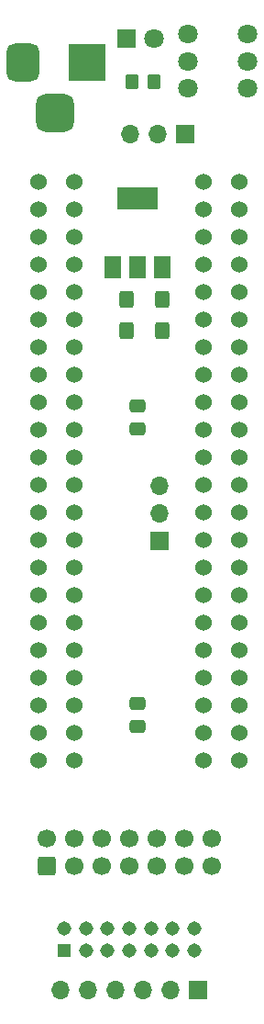
<source format=gbr>
%TF.GenerationSoftware,KiCad,Pcbnew,(6.0.8)*%
%TF.CreationDate,2023-01-14T12:08:14-06:00*%
%TF.ProjectId,xilinix-programming-adapter,78696c69-6e69-4782-9d70-726f6772616d,rev?*%
%TF.SameCoordinates,Original*%
%TF.FileFunction,Soldermask,Top*%
%TF.FilePolarity,Negative*%
%FSLAX46Y46*%
G04 Gerber Fmt 4.6, Leading zero omitted, Abs format (unit mm)*
G04 Created by KiCad (PCBNEW (6.0.8)) date 2023-01-14 12:08:14*
%MOMM*%
%LPD*%
G01*
G04 APERTURE LIST*
G04 Aperture macros list*
%AMRoundRect*
0 Rectangle with rounded corners*
0 $1 Rounding radius*
0 $2 $3 $4 $5 $6 $7 $8 $9 X,Y pos of 4 corners*
0 Add a 4 corners polygon primitive as box body*
4,1,4,$2,$3,$4,$5,$6,$7,$8,$9,$2,$3,0*
0 Add four circle primitives for the rounded corners*
1,1,$1+$1,$2,$3*
1,1,$1+$1,$4,$5*
1,1,$1+$1,$6,$7*
1,1,$1+$1,$8,$9*
0 Add four rect primitives between the rounded corners*
20,1,$1+$1,$2,$3,$4,$5,0*
20,1,$1+$1,$4,$5,$6,$7,0*
20,1,$1+$1,$6,$7,$8,$9,0*
20,1,$1+$1,$8,$9,$2,$3,0*%
G04 Aperture macros list end*
%ADD10RoundRect,0.250000X-0.425000X0.537500X-0.425000X-0.537500X0.425000X-0.537500X0.425000X0.537500X0*%
%ADD11RoundRect,0.250000X-0.475000X0.337500X-0.475000X-0.337500X0.475000X-0.337500X0.475000X0.337500X0*%
%ADD12R,3.500000X3.500000*%
%ADD13RoundRect,0.750000X-0.750000X-1.000000X0.750000X-1.000000X0.750000X1.000000X-0.750000X1.000000X0*%
%ADD14RoundRect,0.875000X-0.875000X-0.875000X0.875000X-0.875000X0.875000X0.875000X-0.875000X0.875000X0*%
%ADD15RoundRect,0.250000X-0.350000X-0.450000X0.350000X-0.450000X0.350000X0.450000X-0.350000X0.450000X0*%
%ADD16R,1.700000X1.700000*%
%ADD17O,1.700000X1.700000*%
%ADD18C,1.800000*%
%ADD19R,1.800000X1.800000*%
%ADD20R,1.500000X2.000000*%
%ADD21R,3.800000X2.000000*%
%ADD22R,1.308000X1.308000*%
%ADD23C,1.308000*%
%ADD24RoundRect,0.250000X0.600000X-0.600000X0.600000X0.600000X-0.600000X0.600000X-0.600000X-0.600000X0*%
%ADD25C,1.700000*%
%ADD26C,1.524000*%
G04 APERTURE END LIST*
D10*
%TO.C,C1*%
X140208000Y-82382500D03*
X140208000Y-85257500D03*
%TD*%
D11*
%TO.C,C3*%
X137922000Y-119612500D03*
X137922000Y-121687500D03*
%TD*%
D12*
%TO.C,J1*%
X133299200Y-60477400D03*
D13*
X127299200Y-60477400D03*
D14*
X130299200Y-65177400D03*
%TD*%
D15*
%TO.C,R1*%
X137404600Y-62255400D03*
X139404600Y-62255400D03*
%TD*%
D16*
%TO.C,JP1*%
X142352000Y-67132200D03*
D17*
X139812000Y-67132200D03*
X137272000Y-67132200D03*
%TD*%
D16*
%TO.C,VCCIO*%
X139954000Y-104648000D03*
D17*
X139954000Y-102108000D03*
X139954000Y-99568000D03*
%TD*%
D18*
%TO.C,SW1*%
X142614200Y-57875800D03*
X142614200Y-60375800D03*
X142614200Y-62875800D03*
X148114200Y-57875800D03*
X148114200Y-60375800D03*
X148114200Y-62875800D03*
%TD*%
D10*
%TO.C,C2*%
X136906000Y-82382500D03*
X136906000Y-85257500D03*
%TD*%
D19*
%TO.C,D1*%
X136880600Y-58267600D03*
D18*
X139420600Y-58267600D03*
%TD*%
D20*
%TO.C,U3*%
X135622000Y-79350000D03*
X137922000Y-79350000D03*
D21*
X137922000Y-73050000D03*
D20*
X140222000Y-79350000D03*
%TD*%
D22*
%TO.C,J4*%
X131160000Y-142351000D03*
D23*
X131160000Y-140351000D03*
X133160000Y-142351000D03*
X133160000Y-140351000D03*
X135160000Y-142351000D03*
X135160000Y-140351000D03*
X137160000Y-142351000D03*
X137160000Y-140351000D03*
X139160000Y-142351000D03*
X139160000Y-140351000D03*
X141160000Y-142351000D03*
X141160000Y-140351000D03*
X143160000Y-142351000D03*
X143160000Y-140351000D03*
%TD*%
D11*
%TO.C,C4*%
X137922000Y-92180500D03*
X137922000Y-94255500D03*
%TD*%
D24*
%TO.C,J2*%
X129540000Y-134620000D03*
D25*
X129540000Y-132080000D03*
X132080000Y-134620000D03*
X132080000Y-132080000D03*
X134620000Y-134620000D03*
X134620000Y-132080000D03*
X137160000Y-134620000D03*
X137160000Y-132080000D03*
X139700000Y-134620000D03*
X139700000Y-132080000D03*
X142240000Y-134620000D03*
X142240000Y-132080000D03*
X144780000Y-134620000D03*
X144780000Y-132080000D03*
%TD*%
D16*
%TO.C,J3*%
X143510000Y-146050000D03*
D17*
X140970000Y-146050000D03*
X138430000Y-146050000D03*
X135890000Y-146050000D03*
X133350000Y-146050000D03*
X130810000Y-146050000D03*
%TD*%
D26*
%TO.C,U2*%
X128785000Y-71525000D03*
X128785000Y-74065000D03*
X128785000Y-76605000D03*
X128785000Y-79145000D03*
X128785000Y-81685000D03*
X128785000Y-84225000D03*
X128785000Y-86765000D03*
X128785000Y-89305000D03*
X128785000Y-91845000D03*
X128785000Y-94385000D03*
X128785000Y-96925000D03*
X128785000Y-99465000D03*
X128785000Y-102005000D03*
X128785000Y-104545000D03*
X128785000Y-107085000D03*
X128785000Y-109625000D03*
X128785000Y-112165000D03*
X128785000Y-114705000D03*
X128785000Y-117245000D03*
X128785000Y-119785000D03*
X128785000Y-122325000D03*
X128785000Y-124865000D03*
X144025000Y-124865000D03*
X144025000Y-122325000D03*
X144025000Y-119785000D03*
X144025000Y-117245000D03*
X144025000Y-114705000D03*
X144025000Y-112165000D03*
X144025000Y-109625000D03*
X144025000Y-107085000D03*
X144025000Y-104545000D03*
X144025000Y-102005000D03*
X144025000Y-99465000D03*
X144025000Y-96925000D03*
X144025000Y-94385000D03*
X144025000Y-91845000D03*
X144025000Y-89305000D03*
X144025000Y-86765000D03*
X144025000Y-84225000D03*
X144025000Y-81685000D03*
X144025000Y-79145000D03*
X144025000Y-76605000D03*
X144025000Y-74065000D03*
X144025000Y-71525000D03*
%TD*%
%TO.C,U1*%
X132080000Y-71525000D03*
X132080000Y-74065000D03*
X132080000Y-76605000D03*
X132080000Y-79145000D03*
X132080000Y-81685000D03*
X132080000Y-84225000D03*
X132080000Y-86765000D03*
X132080000Y-89305000D03*
X132080000Y-91845000D03*
X132080000Y-94385000D03*
X132080000Y-96925000D03*
X132080000Y-99465000D03*
X132080000Y-102005000D03*
X132080000Y-104545000D03*
X132080000Y-107085000D03*
X132080000Y-109625000D03*
X132080000Y-112165000D03*
X132080000Y-114705000D03*
X132080000Y-117245000D03*
X132080000Y-119785000D03*
X132080000Y-122325000D03*
X132080000Y-124865000D03*
X147320000Y-124865000D03*
X147320000Y-122325000D03*
X147320000Y-119785000D03*
X147320000Y-117245000D03*
X147320000Y-114705000D03*
X147320000Y-112165000D03*
X147320000Y-109625000D03*
X147320000Y-107085000D03*
X147320000Y-104545000D03*
X147320000Y-102005000D03*
X147320000Y-99465000D03*
X147320000Y-96925000D03*
X147320000Y-94385000D03*
X147320000Y-91845000D03*
X147320000Y-89305000D03*
X147320000Y-86765000D03*
X147320000Y-84225000D03*
X147320000Y-81685000D03*
X147320000Y-79145000D03*
X147320000Y-76605000D03*
X147320000Y-74065000D03*
X147320000Y-71525000D03*
%TD*%
M02*

</source>
